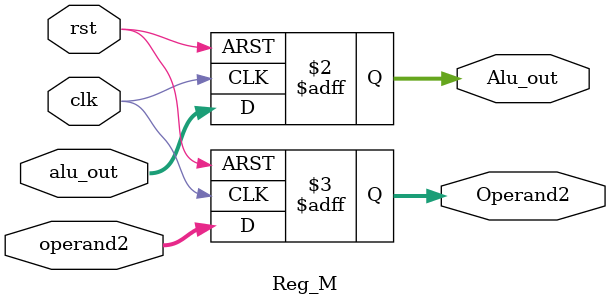
<source format=v>
module Reg_M(
    input clk,
    input rst,
    input [31:0] alu_out,
    input [31:0] operand2, 
    output reg [31:0] Alu_out,
    output reg [31:0] Operand2
);
always @(posedge clk or posedge rst) begin
    if(rst) begin
        Alu_out <= 32'd0;
        Operand2 <= 32'd0;
    end
    else begin
        Alu_out <= alu_out;
        Operand2 <= operand2;
    end
end
endmodule
</source>
